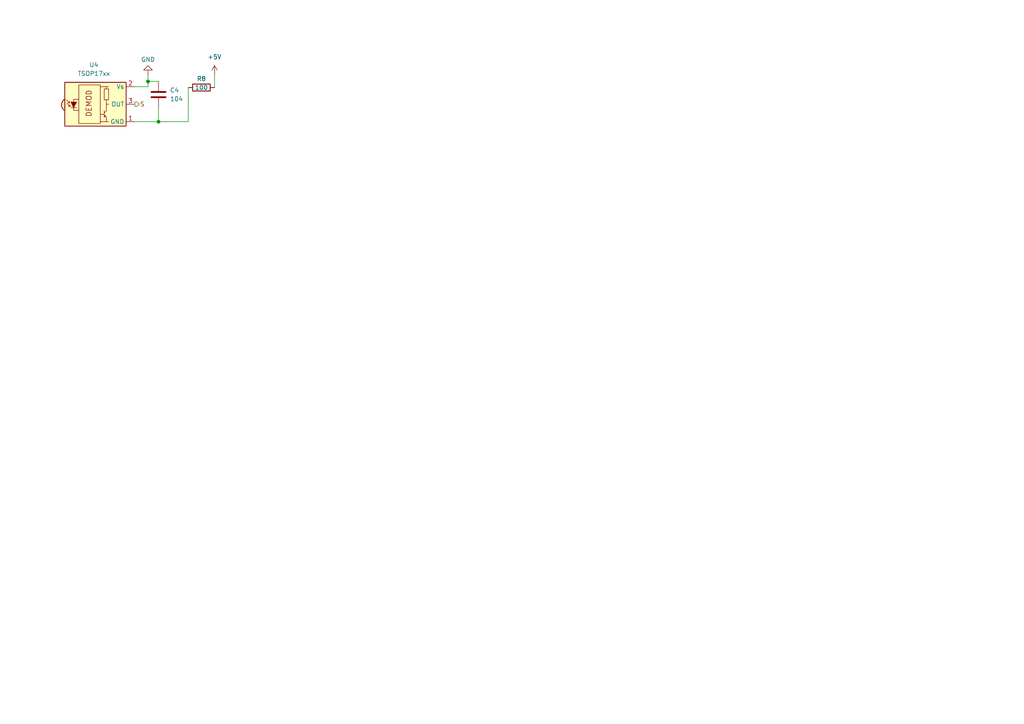
<source format=kicad_sch>
(kicad_sch (version 20230121) (generator eeschema)
  (paper "A4")
  (lib_symbols
    (symbol "Device:C" (pin_numbers hide) (pin_names (offset 0.254))
      (property "Reference" "C" (at 0.635 2.54 0))
      (property "Value" "C" (at 0.635 -2.54 0))
      (symbol "C_0_1"
        (polyline (pts (xy -2.032 -0.762) (xy 2.032 -0.762)) (stroke (width 0.508)))
        (polyline (pts (xy -2.032 0.762) (xy 2.032 0.762)) (stroke (width 0.508)))
      )
      (symbol "C_1_1"
        (pin passive line (at 0 3.81 270) (length 2.794) (name "~") (number "1"))
        (pin passive line (at 0 -3.81 90) (length 2.794) (name "~") (number "2"))
      )
    )
    (symbol "Device:R" (pin_numbers hide) (pin_names (offset 0))
      (property "Reference" "R" (at 2.032 0 90))
      (property "Value" "R" (at 0 0 90))
      (symbol "R_0_1"
        (rectangle (start -1.016 -2.54) (end 1.016 2.54) (stroke (width 0.254)))
      )
      (symbol "R_1_1"
        (pin passive line (at 0 3.81 270) (length 1.27) (name "~") (number "1"))
        (pin passive line (at 0 -3.81 90) (length 1.27) (name "~") (number "2"))
      )
    )
    (symbol "Interface_Optical:TSOP17xx"
      (property "Reference" "U" (at -10.16 7.62 0))
      (property "Value" "TSOP17xx" (at -10.16 -7.62 0))
      (symbol "TSOP17xx_0_0"
        (arc (start -10.287 1.397) (mid -11.0899 -0.1852) (end -10.287 -1.778) (stroke (width 0.254)) (fill (type background)))
        (polyline (pts (xy 1.905 -5.08) (xy 0.127 -5.08)))
        (polyline (pts (xy 1.905 5.08) (xy 0.127 5.08)))
        (text "DEMOD" (at -3.175 0.254 900) (effects (font (size 1.524 1.524))))
      )
      (symbol "TSOP17xx_0_1"
        (rectangle (start -6.096 5.588) (end 0.127 -5.588))
        (polyline (pts (xy -8.763 0.381) (xy -9.652 1.27)))
        (polyline (pts (xy -8.763 0.381) (xy -9.271 0.381)))
        (polyline (pts (xy -8.763 0.381) (xy -8.763 0.889)))
        (polyline (pts (xy -8.636 -0.635) (xy -9.525 0.254)))
        (polyline (pts (xy -8.636 -0.635) (xy -9.144 -0.635)))
        (polyline (pts (xy -8.636 -0.635) (xy -8.636 -0.127)))
        (polyline (pts (xy -8.382 -1.016) (xy -6.731 -1.016)))
        (polyline (pts (xy 1.27 -2.921) (xy 0.127 -2.921)))
        (polyline (pts (xy 1.27 -1.905) (xy 1.27 -3.81)))
        (polyline (pts (xy 1.397 -3.556) (xy 1.524 -3.556)))
        (polyline (pts (xy 1.651 -3.556) (xy 1.524 -3.556)))
        (polyline (pts (xy 1.651 -3.556) (xy 1.651 -3.302)))
        (polyline (pts (xy 1.905 0) (xy 1.905 1.27)))
        (polyline (pts (xy 1.905 4.445) (xy 1.905 5.08) (xy 2.54 5.08)))
        (polyline (pts (xy -8.382 0.635) (xy -6.731 0.635) (xy -7.62 -1.016) (xy -8.382 0.635)) (fill (type outline)))
        (polyline (pts (xy -6.096 1.397) (xy -7.62 1.397) (xy -7.62 -1.778) (xy -6.096 -1.778)))
        (polyline (pts (xy 1.27 -3.175) (xy 1.905 -3.81) (xy 1.905 -5.08) (xy 2.54 -5.08)))
        (polyline (pts (xy 1.27 -2.54) (xy 1.905 -1.905) (xy 1.905 0) (xy 2.54 0)))
        (rectangle (start 2.54 1.27) (end 1.27 4.445))
        (rectangle (start 7.62 6.35) (end -10.16 -6.35) (stroke (width 0.254)) (fill (type background)))
      )
      (symbol "TSOP17xx_1_1"
        (pin power_in line (at 10.16 -5.08 180) (length 2.54) (name "GND") (number "1"))
        (pin power_in line (at 10.16 5.08 180) (length 2.54) (name "Vs") (number "2"))
        (pin output line (at 10.16 0 180) (length 2.54) (name "OUT") (number "3"))
      )
    )
    (symbol "power:+5V" (power) (pin_names (offset 0))
      (property "Value" "+5V" (at 0 3.556 0))
      (symbol "+5V_0_1"
        (polyline (pts (xy -0.762 1.27) (xy 0 2.54)))
        (polyline (pts (xy 0 0) (xy 0 2.54)))
        (polyline (pts (xy 0 2.54) (xy 0.762 1.27)))
      )
      (symbol "+5V_1_1"
        (pin power_in line (at 0 0 90) (length 0) hide (name "+5V") (number "1"))
      )
    )
    (symbol "power:GND" (power) (pin_names (offset 0))
      (property "Value" "GND" (at 0 -3.81 0))
      (symbol "GND_0_1"
        (polyline (pts (xy 0 0) (xy 0 -1.27) (xy 1.27 -1.27) (xy 0 -2.54) (xy -1.27 -1.27) (xy 0 -1.27)))
      )
      (symbol "GND_1_1"
        (pin power_in line (at 0 0 270) (length 0) hide (name "GND") (number "1"))
      )
    )
  )
  (junction (at 45.974 35.306))
  (junction (at 42.926 23.622))
  (wire (pts (xy 42.926 21.59) (xy 42.926 23.622)))
  (wire (pts (xy 54.61 25.4) (xy 54.61 35.306)))
  (wire (pts (xy 62.23 21.59) (xy 62.23 25.4)))
  (wire (pts (xy 39.116 25.146) (xy 42.926 25.146)))
  (wire (pts (xy 42.926 23.622) (xy 45.974 23.622)))
  (wire (pts (xy 45.974 35.306) (xy 45.974 31.242)))
  (wire (pts (xy 39.116 35.306) (xy 45.974 35.306)))
  (wire (pts (xy 42.926 23.622) (xy 42.926 25.146)))
  (wire (pts (xy 54.61 35.306) (xy 45.974 35.306)))
  (hierarchical_label "S" (shape output) (at 39.116 30.226 0))
  (symbol (lib_id "power:GND") (at 42.926 21.59 180) (unit 1)
    (property "Reference" "#PWR012" (effects hide))
    (property "Value" "GND" (at 42.926 17.272 0))
    (instances (project "msense_prueba" (path "" (reference "#PWR012") (unit 1)) (path "" (reference "#PWR08") (unit 1)) (path "" (reference "#PWR010") (unit 1)) (path "" (reference "#PWR012") (unit 1))) (project "555" (path "" (reference "#PWR04") (unit 1))))
  )
  (symbol (lib_id "Interface_Optical:TSOP17xx") (at 28.956 30.226 0) (unit 1)
    (property "Reference" "U4" (at 27.221 18.796 0))
    (property "Value" "TSOP17xx" (at 27.221 21.336 0))
    (property "Footprint" "Package_TO_SOT_THT:TO-92S_Wide" (effects hide))
    (property "Datasheet" "http://www.micropik.com/PDF/tsop17xx.pdf" (effects hide))
    (instances (project "msense_prueba" (path "" (reference "U4") (unit 1)) (path "" (reference "U2") (unit 1)) (path "" (reference "U3") (unit 1)) (path "" (reference "U4") (unit 1))) (project "555" (path "" (reference "U2") (unit 1))))
  )
  (symbol (lib_id "Device:R") (at 58.42 25.4 90) (unit 1)
    (property "Reference" "R8" (at 58.42 22.86 90))
    (property "Value" "100" (at 58.42 25.4 90))
    (property "Footprint" "Resistor_SMD:R_1206_3216Metric_Pad1.30x1.75mm_HandSolder" (effects hide))
    (instances (project "msense_prueba" (path "" (reference "R8") (unit 1)) (path "" (reference "R6") (unit 1)) (path "" (reference "R7") (unit 1)) (path "" (reference "R8") (unit 1))) (project "555" (path "" (reference "R2") (unit 1))))
  )
  (symbol (lib_id "power:+5V") (at 62.23 21.59 0) (unit 1)
    (property "Reference" "#PWR013" (effects hide))
    (property "Value" "+5V" (at 62.23 16.51 0))
    (instances (project "msense_prueba" (path "" (reference "#PWR013") (unit 1)) (path "" (reference "#PWR09") (unit 1)) (path "" (reference "#PWR011") (unit 1)) (path "" (reference "#PWR013") (unit 1))) (project "555" (path "" (reference "#PWR05") (unit 1))))
  )
  (symbol (lib_id "Device:C") (at 45.974 27.432 180) (unit 1)
    (property "Reference" "C4" (at 49.276 26.162 0) (effects (justify right)))
    (property "Value" "104" (at 49.276 28.702 0) (effects (justify right)))
    (property "Footprint" "Capacitor_THT:C_Disc_D4.3mm_W1.9mm_P5.00mm" (effects hide))
    (instances (project "msense_prueba" (path "" (reference "C4") (unit 1)) (path "" (reference "C2") (unit 1)) (path "" (reference "C3") (unit 1)) (path "" (reference "C4") (unit 1))) (project "555" (path "" (reference "C2") (unit 1))))
  )
)
</source>
